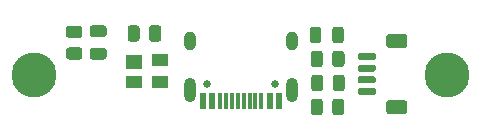
<source format=gbr>
%TF.GenerationSoftware,KiCad,Pcbnew,5.1.10-88a1d61d58~88~ubuntu20.04.1*%
%TF.CreationDate,2021-04-30T16:59:14-07:00*%
%TF.ProjectId,kb-db,6b622d64-622e-46b6-9963-61645f706362,rev?*%
%TF.SameCoordinates,Original*%
%TF.FileFunction,Soldermask,Top*%
%TF.FilePolarity,Negative*%
%FSLAX46Y46*%
G04 Gerber Fmt 4.6, Leading zero omitted, Abs format (unit mm)*
G04 Created by KiCad (PCBNEW 5.1.10-88a1d61d58~88~ubuntu20.04.1) date 2021-04-30 16:59:14*
%MOMM*%
%LPD*%
G01*
G04 APERTURE LIST*
%ADD10C,3.800000*%
%ADD11R,0.600000X1.450000*%
%ADD12R,0.300000X1.450000*%
%ADD13C,0.650000*%
%ADD14O,1.000000X2.100000*%
%ADD15O,1.000000X1.600000*%
%ADD16R,1.400000X1.000000*%
%ADD17R,1.400000X1.200000*%
G04 APERTURE END LIST*
D10*
%TO.C,H2*%
X61487000Y-63472000D03*
%TD*%
%TO.C,H1*%
X96487000Y-63472000D03*
%TD*%
%TO.C,J1*%
G36*
G01*
X91551999Y-65579000D02*
X92852001Y-65579000D01*
G75*
G02*
X93102000Y-65828999I0J-249999D01*
G01*
X93102000Y-66529001D01*
G75*
G02*
X92852001Y-66779000I-249999J0D01*
G01*
X91551999Y-66779000D01*
G75*
G02*
X91302000Y-66529001I0J249999D01*
G01*
X91302000Y-65828999D01*
G75*
G02*
X91551999Y-65579000I249999J0D01*
G01*
G37*
G36*
G01*
X91551999Y-59979000D02*
X92852001Y-59979000D01*
G75*
G02*
X93102000Y-60228999I0J-249999D01*
G01*
X93102000Y-60929001D01*
G75*
G02*
X92852001Y-61179000I-249999J0D01*
G01*
X91551999Y-61179000D01*
G75*
G02*
X91302000Y-60929001I0J249999D01*
G01*
X91302000Y-60228999D01*
G75*
G02*
X91551999Y-59979000I249999J0D01*
G01*
G37*
G36*
G01*
X89052000Y-64579000D02*
X90302000Y-64579000D01*
G75*
G02*
X90452000Y-64729000I0J-150000D01*
G01*
X90452000Y-65029000D01*
G75*
G02*
X90302000Y-65179000I-150000J0D01*
G01*
X89052000Y-65179000D01*
G75*
G02*
X88902000Y-65029000I0J150000D01*
G01*
X88902000Y-64729000D01*
G75*
G02*
X89052000Y-64579000I150000J0D01*
G01*
G37*
G36*
G01*
X89052000Y-63579000D02*
X90302000Y-63579000D01*
G75*
G02*
X90452000Y-63729000I0J-150000D01*
G01*
X90452000Y-64029000D01*
G75*
G02*
X90302000Y-64179000I-150000J0D01*
G01*
X89052000Y-64179000D01*
G75*
G02*
X88902000Y-64029000I0J150000D01*
G01*
X88902000Y-63729000D01*
G75*
G02*
X89052000Y-63579000I150000J0D01*
G01*
G37*
G36*
G01*
X89052000Y-62579000D02*
X90302000Y-62579000D01*
G75*
G02*
X90452000Y-62729000I0J-150000D01*
G01*
X90452000Y-63029000D01*
G75*
G02*
X90302000Y-63179000I-150000J0D01*
G01*
X89052000Y-63179000D01*
G75*
G02*
X88902000Y-63029000I0J150000D01*
G01*
X88902000Y-62729000D01*
G75*
G02*
X89052000Y-62579000I150000J0D01*
G01*
G37*
G36*
G01*
X89052000Y-61579000D02*
X90302000Y-61579000D01*
G75*
G02*
X90452000Y-61729000I0J-150000D01*
G01*
X90452000Y-62029000D01*
G75*
G02*
X90302000Y-62179000I-150000J0D01*
G01*
X89052000Y-62179000D01*
G75*
G02*
X88902000Y-62029000I0J150000D01*
G01*
X88902000Y-61729000D01*
G75*
G02*
X89052000Y-61579000I150000J0D01*
G01*
G37*
%TD*%
%TO.C,C1*%
G36*
G01*
X66454000Y-61156000D02*
X67404000Y-61156000D01*
G75*
G02*
X67654000Y-61406000I0J-250000D01*
G01*
X67654000Y-61906000D01*
G75*
G02*
X67404000Y-62156000I-250000J0D01*
G01*
X66454000Y-62156000D01*
G75*
G02*
X66204000Y-61906000I0J250000D01*
G01*
X66204000Y-61406000D01*
G75*
G02*
X66454000Y-61156000I250000J0D01*
G01*
G37*
G36*
G01*
X66454000Y-59256000D02*
X67404000Y-59256000D01*
G75*
G02*
X67654000Y-59506000I0J-250000D01*
G01*
X67654000Y-60006000D01*
G75*
G02*
X67404000Y-60256000I-250000J0D01*
G01*
X66454000Y-60256000D01*
G75*
G02*
X66204000Y-60006000I0J250000D01*
G01*
X66204000Y-59506000D01*
G75*
G02*
X66454000Y-59256000I250000J0D01*
G01*
G37*
%TD*%
D11*
%TO.C,USB1*%
X75767000Y-65674000D03*
X82217000Y-65674000D03*
X76542000Y-65674000D03*
X81442000Y-65674000D03*
D12*
X80742000Y-65674000D03*
X77242000Y-65674000D03*
X80242000Y-65674000D03*
X77742000Y-65674000D03*
X79742000Y-65674000D03*
X78242000Y-65674000D03*
X78742000Y-65674000D03*
X79242000Y-65674000D03*
D13*
X76102000Y-64229000D03*
X81882000Y-64229000D03*
D14*
X83312000Y-64759000D03*
X74672000Y-64759000D03*
D15*
X83312000Y-60579000D03*
X74672000Y-60579000D03*
%TD*%
%TO.C,R5*%
G36*
G01*
X64446998Y-61129500D02*
X65347002Y-61129500D01*
G75*
G02*
X65597000Y-61379498I0J-249998D01*
G01*
X65597000Y-61904502D01*
G75*
G02*
X65347002Y-62154500I-249998J0D01*
G01*
X64446998Y-62154500D01*
G75*
G02*
X64197000Y-61904502I0J249998D01*
G01*
X64197000Y-61379498D01*
G75*
G02*
X64446998Y-61129500I249998J0D01*
G01*
G37*
G36*
G01*
X64446998Y-59304500D02*
X65347002Y-59304500D01*
G75*
G02*
X65597000Y-59554498I0J-249998D01*
G01*
X65597000Y-60079502D01*
G75*
G02*
X65347002Y-60329500I-249998J0D01*
G01*
X64446998Y-60329500D01*
G75*
G02*
X64197000Y-60079502I0J249998D01*
G01*
X64197000Y-59554498D01*
G75*
G02*
X64446998Y-59304500I249998J0D01*
G01*
G37*
%TD*%
%TO.C,R4*%
G36*
G01*
X85983500Y-63684998D02*
X85983500Y-64585002D01*
G75*
G02*
X85733502Y-64835000I-249998J0D01*
G01*
X85208498Y-64835000D01*
G75*
G02*
X84958500Y-64585002I0J249998D01*
G01*
X84958500Y-63684998D01*
G75*
G02*
X85208498Y-63435000I249998J0D01*
G01*
X85733502Y-63435000D01*
G75*
G02*
X85983500Y-63684998I0J-249998D01*
G01*
G37*
G36*
G01*
X87808500Y-63684998D02*
X87808500Y-64585002D01*
G75*
G02*
X87558502Y-64835000I-249998J0D01*
G01*
X87033498Y-64835000D01*
G75*
G02*
X86783500Y-64585002I0J249998D01*
G01*
X86783500Y-63684998D01*
G75*
G02*
X87033498Y-63435000I249998J0D01*
G01*
X87558502Y-63435000D01*
G75*
G02*
X87808500Y-63684998I0J-249998D01*
G01*
G37*
%TD*%
%TO.C,R3*%
G36*
G01*
X85960000Y-61652998D02*
X85960000Y-62553002D01*
G75*
G02*
X85710002Y-62803000I-249998J0D01*
G01*
X85184998Y-62803000D01*
G75*
G02*
X84935000Y-62553002I0J249998D01*
G01*
X84935000Y-61652998D01*
G75*
G02*
X85184998Y-61403000I249998J0D01*
G01*
X85710002Y-61403000D01*
G75*
G02*
X85960000Y-61652998I0J-249998D01*
G01*
G37*
G36*
G01*
X87785000Y-61652998D02*
X87785000Y-62553002D01*
G75*
G02*
X87535002Y-62803000I-249998J0D01*
G01*
X87009998Y-62803000D01*
G75*
G02*
X86760000Y-62553002I0J249998D01*
G01*
X86760000Y-61652998D01*
G75*
G02*
X87009998Y-61403000I249998J0D01*
G01*
X87535002Y-61403000D01*
G75*
G02*
X87785000Y-61652998I0J-249998D01*
G01*
G37*
%TD*%
%TO.C,R2*%
G36*
G01*
X71242500Y-60394002D02*
X71242500Y-59493998D01*
G75*
G02*
X71492498Y-59244000I249998J0D01*
G01*
X72017502Y-59244000D01*
G75*
G02*
X72267500Y-59493998I0J-249998D01*
G01*
X72267500Y-60394002D01*
G75*
G02*
X72017502Y-60644000I-249998J0D01*
G01*
X71492498Y-60644000D01*
G75*
G02*
X71242500Y-60394002I0J249998D01*
G01*
G37*
G36*
G01*
X69417500Y-60394002D02*
X69417500Y-59493998D01*
G75*
G02*
X69667498Y-59244000I249998J0D01*
G01*
X70192502Y-59244000D01*
G75*
G02*
X70442500Y-59493998I0J-249998D01*
G01*
X70442500Y-60394002D01*
G75*
G02*
X70192502Y-60644000I-249998J0D01*
G01*
X69667498Y-60644000D01*
G75*
G02*
X69417500Y-60394002I0J249998D01*
G01*
G37*
%TD*%
%TO.C,R1*%
G36*
G01*
X85936500Y-65716998D02*
X85936500Y-66617002D01*
G75*
G02*
X85686502Y-66867000I-249998J0D01*
G01*
X85161498Y-66867000D01*
G75*
G02*
X84911500Y-66617002I0J249998D01*
G01*
X84911500Y-65716998D01*
G75*
G02*
X85161498Y-65467000I249998J0D01*
G01*
X85686502Y-65467000D01*
G75*
G02*
X85936500Y-65716998I0J-249998D01*
G01*
G37*
G36*
G01*
X87761500Y-65716998D02*
X87761500Y-66617002D01*
G75*
G02*
X87511502Y-66867000I-249998J0D01*
G01*
X86986498Y-66867000D01*
G75*
G02*
X86736500Y-66617002I0J249998D01*
G01*
X86736500Y-65716998D01*
G75*
G02*
X86986498Y-65467000I249998J0D01*
G01*
X87511502Y-65467000D01*
G75*
G02*
X87761500Y-65716998I0J-249998D01*
G01*
G37*
%TD*%
%TO.C,F1*%
G36*
G01*
X85831500Y-59614750D02*
X85831500Y-60527250D01*
G75*
G02*
X85587750Y-60771000I-243750J0D01*
G01*
X85100250Y-60771000D01*
G75*
G02*
X84856500Y-60527250I0J243750D01*
G01*
X84856500Y-59614750D01*
G75*
G02*
X85100250Y-59371000I243750J0D01*
G01*
X85587750Y-59371000D01*
G75*
G02*
X85831500Y-59614750I0J-243750D01*
G01*
G37*
G36*
G01*
X87706500Y-59614750D02*
X87706500Y-60527250D01*
G75*
G02*
X87462750Y-60771000I-243750J0D01*
G01*
X86975250Y-60771000D01*
G75*
G02*
X86731500Y-60527250I0J243750D01*
G01*
X86731500Y-59614750D01*
G75*
G02*
X86975250Y-59371000I243750J0D01*
G01*
X87462750Y-59371000D01*
G75*
G02*
X87706500Y-59614750I0J-243750D01*
G01*
G37*
%TD*%
D16*
%TO.C,D1*%
X72177000Y-62177000D03*
X72177000Y-64077000D03*
X69977000Y-64077000D03*
D17*
X69977000Y-62357000D03*
%TD*%
M02*

</source>
